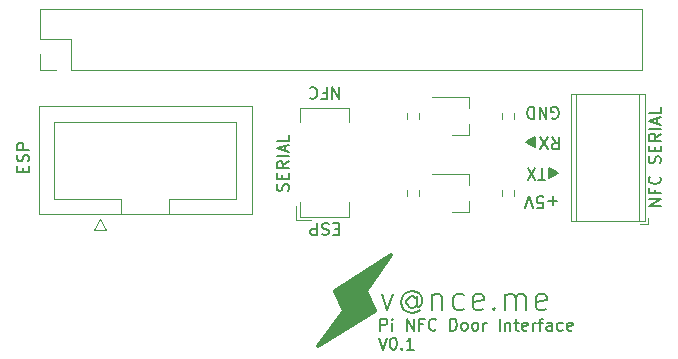
<source format=gto>
G04 #@! TF.GenerationSoftware,KiCad,Pcbnew,6.0.6-3a73a75311~116~ubuntu22.04.1*
G04 #@! TF.CreationDate,2022-07-02T17:23:15+01:00*
G04 #@! TF.ProjectId,Pi_Connector,50695f43-6f6e-46e6-9563-746f722e6b69,rev?*
G04 #@! TF.SameCoordinates,Original*
G04 #@! TF.FileFunction,Legend,Top*
G04 #@! TF.FilePolarity,Positive*
%FSLAX46Y46*%
G04 Gerber Fmt 4.6, Leading zero omitted, Abs format (unit mm)*
G04 Created by KiCad (PCBNEW 6.0.6-3a73a75311~116~ubuntu22.04.1) date 2022-07-02 17:23:15*
%MOMM*%
%LPD*%
G01*
G04 APERTURE LIST*
%ADD10C,0.378363*%
%ADD11C,0.150000*%
%ADD12C,0.200000*%
%ADD13C,0.120000*%
G04 APERTURE END LIST*
D10*
G36*
X81131975Y-71328701D02*
G01*
X81862372Y-72960738D01*
X77082302Y-76000000D01*
X79229453Y-72957651D01*
X78499057Y-71325613D01*
X83279127Y-68286351D01*
X81131975Y-71328701D01*
G37*
X81131975Y-71328701D02*
X81862372Y-72960738D01*
X77082302Y-76000000D01*
X79229453Y-72957651D01*
X78499057Y-71325613D01*
X83279127Y-68286351D01*
X81131975Y-71328701D01*
D11*
X74534929Y-62809523D02*
X74582548Y-62666666D01*
X74582548Y-62428571D01*
X74534929Y-62333333D01*
X74487310Y-62285714D01*
X74392072Y-62238095D01*
X74296834Y-62238095D01*
X74201596Y-62285714D01*
X74153977Y-62333333D01*
X74106358Y-62428571D01*
X74058739Y-62619047D01*
X74011120Y-62714285D01*
X73963501Y-62761904D01*
X73868263Y-62809523D01*
X73773025Y-62809523D01*
X73677787Y-62761904D01*
X73630168Y-62714285D01*
X73582548Y-62619047D01*
X73582548Y-62380952D01*
X73630168Y-62238095D01*
X74058739Y-61809523D02*
X74058739Y-61476190D01*
X74582548Y-61333333D02*
X74582548Y-61809523D01*
X73582548Y-61809523D01*
X73582548Y-61333333D01*
X74582548Y-60333333D02*
X74106358Y-60666666D01*
X74582548Y-60904761D02*
X73582548Y-60904761D01*
X73582548Y-60523809D01*
X73630168Y-60428571D01*
X73677787Y-60380952D01*
X73773025Y-60333333D01*
X73915882Y-60333333D01*
X74011120Y-60380952D01*
X74058739Y-60428571D01*
X74106358Y-60523809D01*
X74106358Y-60904761D01*
X74582548Y-59904761D02*
X73582548Y-59904761D01*
X74296834Y-59476190D02*
X74296834Y-59000000D01*
X74582548Y-59571428D02*
X73582548Y-59238095D01*
X74582548Y-58904761D01*
X74582548Y-58095238D02*
X74582548Y-58571428D01*
X73582548Y-58571428D01*
D12*
X82458227Y-71576762D02*
X82934418Y-72910095D01*
X83410608Y-71576762D01*
X85410608Y-71957714D02*
X85315370Y-71862476D01*
X85124894Y-71767238D01*
X84934418Y-71767238D01*
X84743942Y-71862476D01*
X84648704Y-71957714D01*
X84553466Y-72148191D01*
X84553466Y-72338667D01*
X84648704Y-72529143D01*
X84743942Y-72624381D01*
X84934418Y-72719619D01*
X85124894Y-72719619D01*
X85315370Y-72624381D01*
X85410608Y-72529143D01*
X85410608Y-71767238D02*
X85410608Y-72529143D01*
X85505847Y-72624381D01*
X85601085Y-72624381D01*
X85791561Y-72529143D01*
X85886799Y-72338667D01*
X85886799Y-71862476D01*
X85696323Y-71576762D01*
X85410608Y-71386286D01*
X85029656Y-71291048D01*
X84648704Y-71386286D01*
X84362989Y-71576762D01*
X84172513Y-71862476D01*
X84077275Y-72243429D01*
X84172513Y-72624381D01*
X84362989Y-72910095D01*
X84648704Y-73100572D01*
X85029656Y-73195810D01*
X85410608Y-73100572D01*
X85696323Y-72910095D01*
X86743942Y-71576762D02*
X86743942Y-72910095D01*
X86743942Y-71767238D02*
X86839180Y-71672000D01*
X87029656Y-71576762D01*
X87315370Y-71576762D01*
X87505847Y-71672000D01*
X87601085Y-71862476D01*
X87601085Y-72910095D01*
X89410608Y-72814857D02*
X89220132Y-72910095D01*
X88839180Y-72910095D01*
X88648704Y-72814857D01*
X88553466Y-72719619D01*
X88458227Y-72529143D01*
X88458227Y-71957714D01*
X88553466Y-71767238D01*
X88648704Y-71672000D01*
X88839180Y-71576762D01*
X89220132Y-71576762D01*
X89410608Y-71672000D01*
X91029656Y-72814857D02*
X90839180Y-72910095D01*
X90458227Y-72910095D01*
X90267751Y-72814857D01*
X90172513Y-72624381D01*
X90172513Y-71862476D01*
X90267751Y-71672000D01*
X90458227Y-71576762D01*
X90839180Y-71576762D01*
X91029656Y-71672000D01*
X91124894Y-71862476D01*
X91124894Y-72052953D01*
X90172513Y-72243429D01*
X91982037Y-72719619D02*
X92077275Y-72814857D01*
X91982037Y-72910095D01*
X91886799Y-72814857D01*
X91982037Y-72719619D01*
X91982037Y-72910095D01*
X92934418Y-72910095D02*
X92934418Y-71576762D01*
X92934418Y-71767238D02*
X93029656Y-71672000D01*
X93220132Y-71576762D01*
X93505847Y-71576762D01*
X93696323Y-71672000D01*
X93791561Y-71862476D01*
X93791561Y-72910095D01*
X93791561Y-71862476D02*
X93886799Y-71672000D01*
X94077275Y-71576762D01*
X94362989Y-71576762D01*
X94553466Y-71672000D01*
X94648704Y-71862476D01*
X94648704Y-72910095D01*
X96362989Y-72814857D02*
X96172513Y-72910095D01*
X95791561Y-72910095D01*
X95601085Y-72814857D01*
X95505847Y-72624381D01*
X95505847Y-71862476D01*
X95601085Y-71672000D01*
X95791561Y-71576762D01*
X96172513Y-71576762D01*
X96362989Y-71672000D01*
X96458227Y-71862476D01*
X96458227Y-72052953D01*
X95505847Y-72243429D01*
D11*
X106082548Y-64095238D02*
X105082548Y-64095238D01*
X106082548Y-63523809D01*
X105082548Y-63523809D01*
X105558739Y-62714285D02*
X105558739Y-63047619D01*
X106082548Y-63047619D02*
X105082548Y-63047619D01*
X105082548Y-62571428D01*
X105987310Y-61619047D02*
X106034929Y-61666666D01*
X106082548Y-61809523D01*
X106082548Y-61904761D01*
X106034929Y-62047619D01*
X105939691Y-62142857D01*
X105844453Y-62190476D01*
X105653977Y-62238095D01*
X105511120Y-62238095D01*
X105320644Y-62190476D01*
X105225406Y-62142857D01*
X105130168Y-62047619D01*
X105082548Y-61904761D01*
X105082548Y-61809523D01*
X105130168Y-61666666D01*
X105177787Y-61619047D01*
X106034929Y-60476190D02*
X106082548Y-60333333D01*
X106082548Y-60095238D01*
X106034929Y-60000000D01*
X105987310Y-59952380D01*
X105892072Y-59904761D01*
X105796834Y-59904761D01*
X105701596Y-59952380D01*
X105653977Y-60000000D01*
X105606358Y-60095238D01*
X105558739Y-60285714D01*
X105511120Y-60380952D01*
X105463501Y-60428571D01*
X105368263Y-60476190D01*
X105273025Y-60476190D01*
X105177787Y-60428571D01*
X105130168Y-60380952D01*
X105082548Y-60285714D01*
X105082548Y-60047619D01*
X105130168Y-59904761D01*
X105558739Y-59476190D02*
X105558739Y-59142857D01*
X106082548Y-59000000D02*
X106082548Y-59476190D01*
X105082548Y-59476190D01*
X105082548Y-59000000D01*
X106082548Y-58000000D02*
X105606358Y-58333333D01*
X106082548Y-58571428D02*
X105082548Y-58571428D01*
X105082548Y-58190476D01*
X105130168Y-58095238D01*
X105177787Y-58047619D01*
X105273025Y-58000000D01*
X105415882Y-58000000D01*
X105511120Y-58047619D01*
X105558739Y-58095238D01*
X105606358Y-58190476D01*
X105606358Y-58571428D01*
X106082548Y-57571428D02*
X105082548Y-57571428D01*
X105796834Y-57142857D02*
X105796834Y-56666666D01*
X106082548Y-57238095D02*
X105082548Y-56904761D01*
X106082548Y-56571428D01*
X106082548Y-55761904D02*
X106082548Y-56238095D01*
X105082548Y-56238095D01*
X96870506Y-56669575D02*
X96965744Y-56717194D01*
X97108602Y-56717194D01*
X97251459Y-56669575D01*
X97346697Y-56574336D01*
X97394316Y-56479098D01*
X97441935Y-56288622D01*
X97441935Y-56145765D01*
X97394316Y-55955289D01*
X97346697Y-55860051D01*
X97251459Y-55764813D01*
X97108602Y-55717194D01*
X97013363Y-55717194D01*
X96870506Y-55764813D01*
X96822887Y-55812432D01*
X96822887Y-56145765D01*
X97013363Y-56145765D01*
X96394316Y-55717194D02*
X96394316Y-56717194D01*
X95822887Y-55717194D01*
X95822887Y-56717194D01*
X95346697Y-55717194D02*
X95346697Y-56717194D01*
X95108602Y-56717194D01*
X94965744Y-56669575D01*
X94870506Y-56574336D01*
X94822887Y-56479098D01*
X94775268Y-56288622D01*
X94775268Y-56145765D01*
X94822887Y-55955289D01*
X94870506Y-55860051D01*
X94965744Y-55764813D01*
X95108602Y-55717194D01*
X95346697Y-55717194D01*
X96667405Y-60913675D02*
X96667405Y-61675579D01*
X96715024Y-60961294D02*
X96715024Y-61627960D01*
X96762643Y-60961294D02*
X96762643Y-61627960D01*
X96810262Y-61008913D02*
X96810262Y-61580341D01*
X96857881Y-61008913D02*
X96857881Y-61580341D01*
X96905500Y-61056532D02*
X96905500Y-61532722D01*
X96953119Y-61056532D02*
X96953119Y-61532722D01*
X97000738Y-61104151D02*
X97000738Y-61485103D01*
X97048357Y-61151770D02*
X97048357Y-61437484D01*
X97095976Y-61151770D02*
X97095976Y-61437484D01*
X97143596Y-61199389D02*
X97143596Y-61389865D01*
X97191215Y-61199389D02*
X97191215Y-61389865D01*
X97238834Y-61294627D02*
X97286453Y-61294627D01*
X97238834Y-61247008D02*
X97238834Y-61342246D01*
X96619786Y-60913675D02*
X97334072Y-61294627D01*
X96619786Y-61675579D01*
X97381691Y-61294627D02*
X96619786Y-61723198D01*
X96619786Y-60866056D01*
X97381691Y-61294627D01*
X96286453Y-61913675D02*
X95715024Y-61913675D01*
X96000738Y-60913675D02*
X96000738Y-61913675D01*
X95476929Y-61913675D02*
X94810262Y-60913675D01*
X94810262Y-61913675D02*
X95476929Y-60913675D01*
X52058739Y-61190476D02*
X52058739Y-60857142D01*
X52582548Y-60714285D02*
X52582548Y-61190476D01*
X51582548Y-61190476D01*
X51582548Y-60714285D01*
X52534929Y-60333333D02*
X52582548Y-60190476D01*
X52582548Y-59952380D01*
X52534929Y-59857142D01*
X52487310Y-59809523D01*
X52392072Y-59761904D01*
X52296834Y-59761904D01*
X52201596Y-59809523D01*
X52153977Y-59857142D01*
X52106358Y-59952380D01*
X52058739Y-60142857D01*
X52011120Y-60238095D01*
X51963501Y-60285714D01*
X51868263Y-60333333D01*
X51773025Y-60333333D01*
X51677787Y-60285714D01*
X51630168Y-60238095D01*
X51582548Y-60142857D01*
X51582548Y-59904761D01*
X51630168Y-59761904D01*
X52582548Y-59333333D02*
X51582548Y-59333333D01*
X51582548Y-58952380D01*
X51630168Y-58857142D01*
X51677787Y-58809523D01*
X51773025Y-58761904D01*
X51915882Y-58761904D01*
X52011120Y-58809523D01*
X52058739Y-58857142D01*
X52106358Y-58952380D01*
X52106358Y-59333333D01*
X78844453Y-54047619D02*
X78844453Y-55047619D01*
X78273025Y-54047619D01*
X78273025Y-55047619D01*
X77463501Y-54571428D02*
X77796834Y-54571428D01*
X77796834Y-54047619D02*
X77796834Y-55047619D01*
X77320644Y-55047619D01*
X76368263Y-54142857D02*
X76415882Y-54095238D01*
X76558739Y-54047619D01*
X76653977Y-54047619D01*
X76796834Y-54095238D01*
X76892072Y-54190476D01*
X76939691Y-54285714D01*
X76987310Y-54476190D01*
X76987310Y-54619047D01*
X76939691Y-54809523D01*
X76892072Y-54904761D01*
X76796834Y-55000000D01*
X76653977Y-55047619D01*
X76558739Y-55047619D01*
X76415882Y-55000000D01*
X76368263Y-54952380D01*
X82341442Y-74652714D02*
X82341442Y-73652714D01*
X82722394Y-73652714D01*
X82817632Y-73700334D01*
X82865251Y-73747953D01*
X82912870Y-73843191D01*
X82912870Y-73986048D01*
X82865251Y-74081286D01*
X82817632Y-74128905D01*
X82722394Y-74176524D01*
X82341442Y-74176524D01*
X83341442Y-74652714D02*
X83341442Y-73986048D01*
X83341442Y-73652714D02*
X83293823Y-73700334D01*
X83341442Y-73747953D01*
X83389061Y-73700334D01*
X83341442Y-73652714D01*
X83341442Y-73747953D01*
X84579537Y-74652714D02*
X84579537Y-73652714D01*
X85150966Y-74652714D01*
X85150966Y-73652714D01*
X85960489Y-74128905D02*
X85627156Y-74128905D01*
X85627156Y-74652714D02*
X85627156Y-73652714D01*
X86103347Y-73652714D01*
X87055727Y-74557476D02*
X87008108Y-74605095D01*
X86865251Y-74652714D01*
X86770013Y-74652714D01*
X86627156Y-74605095D01*
X86531918Y-74509857D01*
X86484299Y-74414619D01*
X86436680Y-74224143D01*
X86436680Y-74081286D01*
X86484299Y-73890810D01*
X86531918Y-73795572D01*
X86627156Y-73700334D01*
X86770013Y-73652714D01*
X86865251Y-73652714D01*
X87008108Y-73700334D01*
X87055727Y-73747953D01*
X88246204Y-74652714D02*
X88246204Y-73652714D01*
X88484299Y-73652714D01*
X88627156Y-73700334D01*
X88722394Y-73795572D01*
X88770013Y-73890810D01*
X88817632Y-74081286D01*
X88817632Y-74224143D01*
X88770013Y-74414619D01*
X88722394Y-74509857D01*
X88627156Y-74605095D01*
X88484299Y-74652714D01*
X88246204Y-74652714D01*
X89389061Y-74652714D02*
X89293823Y-74605095D01*
X89246204Y-74557476D01*
X89198585Y-74462238D01*
X89198585Y-74176524D01*
X89246204Y-74081286D01*
X89293823Y-74033667D01*
X89389061Y-73986048D01*
X89531918Y-73986048D01*
X89627156Y-74033667D01*
X89674775Y-74081286D01*
X89722394Y-74176524D01*
X89722394Y-74462238D01*
X89674775Y-74557476D01*
X89627156Y-74605095D01*
X89531918Y-74652714D01*
X89389061Y-74652714D01*
X90293823Y-74652714D02*
X90198585Y-74605095D01*
X90150966Y-74557476D01*
X90103347Y-74462238D01*
X90103347Y-74176524D01*
X90150966Y-74081286D01*
X90198585Y-74033667D01*
X90293823Y-73986048D01*
X90436680Y-73986048D01*
X90531918Y-74033667D01*
X90579537Y-74081286D01*
X90627156Y-74176524D01*
X90627156Y-74462238D01*
X90579537Y-74557476D01*
X90531918Y-74605095D01*
X90436680Y-74652714D01*
X90293823Y-74652714D01*
X91055727Y-74652714D02*
X91055727Y-73986048D01*
X91055727Y-74176524D02*
X91103347Y-74081286D01*
X91150966Y-74033667D01*
X91246204Y-73986048D01*
X91341442Y-73986048D01*
X92436680Y-74652714D02*
X92436680Y-73652714D01*
X92912870Y-73986048D02*
X92912870Y-74652714D01*
X92912870Y-74081286D02*
X92960489Y-74033667D01*
X93055727Y-73986048D01*
X93198585Y-73986048D01*
X93293823Y-74033667D01*
X93341442Y-74128905D01*
X93341442Y-74652714D01*
X93674775Y-73986048D02*
X94055727Y-73986048D01*
X93817632Y-73652714D02*
X93817632Y-74509857D01*
X93865251Y-74605095D01*
X93960489Y-74652714D01*
X94055727Y-74652714D01*
X94770013Y-74605095D02*
X94674775Y-74652714D01*
X94484299Y-74652714D01*
X94389061Y-74605095D01*
X94341442Y-74509857D01*
X94341442Y-74128905D01*
X94389061Y-74033667D01*
X94484299Y-73986048D01*
X94674775Y-73986048D01*
X94770013Y-74033667D01*
X94817632Y-74128905D01*
X94817632Y-74224143D01*
X94341442Y-74319381D01*
X95246204Y-74652714D02*
X95246204Y-73986048D01*
X95246204Y-74176524D02*
X95293823Y-74081286D01*
X95341442Y-74033667D01*
X95436680Y-73986048D01*
X95531918Y-73986048D01*
X95722394Y-73986048D02*
X96103347Y-73986048D01*
X95865251Y-74652714D02*
X95865251Y-73795572D01*
X95912870Y-73700334D01*
X96008108Y-73652714D01*
X96103347Y-73652714D01*
X96865251Y-74652714D02*
X96865251Y-74128905D01*
X96817632Y-74033667D01*
X96722394Y-73986048D01*
X96531918Y-73986048D01*
X96436680Y-74033667D01*
X96865251Y-74605095D02*
X96770013Y-74652714D01*
X96531918Y-74652714D01*
X96436680Y-74605095D01*
X96389061Y-74509857D01*
X96389061Y-74414619D01*
X96436680Y-74319381D01*
X96531918Y-74271762D01*
X96770013Y-74271762D01*
X96865251Y-74224143D01*
X97770013Y-74605095D02*
X97674775Y-74652714D01*
X97484299Y-74652714D01*
X97389061Y-74605095D01*
X97341442Y-74557476D01*
X97293823Y-74462238D01*
X97293823Y-74176524D01*
X97341442Y-74081286D01*
X97389061Y-74033667D01*
X97484299Y-73986048D01*
X97674775Y-73986048D01*
X97770013Y-74033667D01*
X98579537Y-74605095D02*
X98484299Y-74652714D01*
X98293823Y-74652714D01*
X98198585Y-74605095D01*
X98150966Y-74509857D01*
X98150966Y-74128905D01*
X98198585Y-74033667D01*
X98293823Y-73986048D01*
X98484299Y-73986048D01*
X98579537Y-74033667D01*
X98627156Y-74128905D01*
X98627156Y-74224143D01*
X98150966Y-74319381D01*
X82198585Y-75262714D02*
X82531918Y-76262714D01*
X82865251Y-75262714D01*
X83389061Y-75262714D02*
X83484299Y-75262714D01*
X83579537Y-75310334D01*
X83627156Y-75357953D01*
X83674775Y-75453191D01*
X83722394Y-75643667D01*
X83722394Y-75881762D01*
X83674775Y-76072238D01*
X83627156Y-76167476D01*
X83579537Y-76215095D01*
X83484299Y-76262714D01*
X83389061Y-76262714D01*
X83293823Y-76215095D01*
X83246204Y-76167476D01*
X83198585Y-76072238D01*
X83150966Y-75881762D01*
X83150966Y-75643667D01*
X83198585Y-75453191D01*
X83246204Y-75357953D01*
X83293823Y-75310334D01*
X83389061Y-75262714D01*
X84150966Y-76167476D02*
X84198585Y-76215095D01*
X84150966Y-76262714D01*
X84103347Y-76215095D01*
X84150966Y-76167476D01*
X84150966Y-76262714D01*
X85150966Y-76262714D02*
X84579537Y-76262714D01*
X84865251Y-76262714D02*
X84865251Y-75262714D01*
X84770013Y-75405572D01*
X84674775Y-75500810D01*
X84579537Y-75548429D01*
X96859323Y-58306686D02*
X97192656Y-58782876D01*
X97430751Y-58306686D02*
X97430751Y-59306686D01*
X97049799Y-59306686D01*
X96954561Y-59259067D01*
X96906942Y-59211447D01*
X96859323Y-59116209D01*
X96859323Y-58973352D01*
X96906942Y-58878114D01*
X96954561Y-58830495D01*
X97049799Y-58782876D01*
X97430751Y-58782876D01*
X96525989Y-59306686D02*
X95859323Y-58306686D01*
X95859323Y-59306686D02*
X96525989Y-58306686D01*
X95430751Y-59068590D02*
X95430751Y-58306686D01*
X95383132Y-59020971D02*
X95383132Y-58354305D01*
X95335513Y-59020971D02*
X95335513Y-58354305D01*
X95287894Y-58973352D02*
X95287894Y-58401924D01*
X95240275Y-58973352D02*
X95240275Y-58401924D01*
X95192656Y-58925733D02*
X95192656Y-58449543D01*
X95145037Y-58925733D02*
X95145037Y-58449543D01*
X95097418Y-58878114D02*
X95097418Y-58497162D01*
X95049799Y-58830495D02*
X95049799Y-58544781D01*
X95002180Y-58830495D02*
X95002180Y-58544781D01*
X94954561Y-58782876D02*
X94954561Y-58592400D01*
X94906942Y-58782876D02*
X94906942Y-58592400D01*
X94859323Y-58687638D02*
X94811704Y-58687638D01*
X94859323Y-58735257D02*
X94859323Y-58640019D01*
X95478370Y-59068590D02*
X94764085Y-58687638D01*
X95478370Y-58306686D01*
X94716466Y-58687638D02*
X95478370Y-58259067D01*
X95478370Y-59116209D01*
X94716466Y-58687638D01*
X97341827Y-63656663D02*
X96579922Y-63656663D01*
X96960874Y-63275711D02*
X96960874Y-64037615D01*
X95627541Y-64275711D02*
X96103732Y-64275711D01*
X96151351Y-63799520D01*
X96103732Y-63847139D01*
X96008493Y-63894758D01*
X95770398Y-63894758D01*
X95675160Y-63847139D01*
X95627541Y-63799520D01*
X95579922Y-63704282D01*
X95579922Y-63466187D01*
X95627541Y-63370949D01*
X95675160Y-63323330D01*
X95770398Y-63275711D01*
X96008493Y-63275711D01*
X96103732Y-63323330D01*
X96151351Y-63370949D01*
X95294208Y-64275711D02*
X94960874Y-63275711D01*
X94627541Y-64275711D01*
X78820644Y-66071428D02*
X78487310Y-66071428D01*
X78344453Y-65547619D02*
X78820644Y-65547619D01*
X78820644Y-66547619D01*
X78344453Y-66547619D01*
X77963501Y-65595238D02*
X77820644Y-65547619D01*
X77582548Y-65547619D01*
X77487310Y-65595238D01*
X77439691Y-65642857D01*
X77392072Y-65738095D01*
X77392072Y-65833333D01*
X77439691Y-65928571D01*
X77487310Y-65976190D01*
X77582548Y-66023809D01*
X77773025Y-66071428D01*
X77868263Y-66119047D01*
X77915882Y-66166666D01*
X77963501Y-66261904D01*
X77963501Y-66357142D01*
X77915882Y-66452380D01*
X77868263Y-66500000D01*
X77773025Y-66547619D01*
X77534929Y-66547619D01*
X77392072Y-66500000D01*
X76963501Y-65547619D02*
X76963501Y-66547619D01*
X76582548Y-66547619D01*
X76487310Y-66500000D01*
X76439691Y-66452380D01*
X76392072Y-66357142D01*
X76392072Y-66214285D01*
X76439691Y-66119047D01*
X76487310Y-66071428D01*
X76582548Y-66023809D01*
X76963501Y-66023809D01*
D13*
G04 #@! TO.C,SW1*
X75530168Y-63807500D02*
X75530168Y-65007500D01*
X75530168Y-57007500D02*
X75530168Y-55807500D01*
X79730168Y-55807500D02*
X79730168Y-57007500D01*
X75530168Y-55807500D02*
X79730168Y-55807500D01*
X79730168Y-65007500D02*
X79730168Y-63807500D01*
X75230168Y-64107500D02*
X75230168Y-65307500D01*
X75230168Y-65307500D02*
X76430168Y-65307500D01*
X75530168Y-65007500D02*
X79730168Y-65007500D01*
G04 #@! TO.C,R4*
X92607668Y-56754724D02*
X92607668Y-56245276D01*
X93652668Y-56754724D02*
X93652668Y-56245276D01*
G04 #@! TO.C,R3*
X84607668Y-56245276D02*
X84607668Y-56754724D01*
X85652668Y-56245276D02*
X85652668Y-56754724D01*
G04 #@! TO.C,R1*
X85652668Y-62745276D02*
X85652668Y-63254724D01*
X84607668Y-62745276D02*
X84607668Y-63254724D01*
G04 #@! TO.C,Q1*
X89890168Y-64580000D02*
X88430168Y-64580000D01*
X89890168Y-61420000D02*
X86730168Y-61420000D01*
X89890168Y-61420000D02*
X89890168Y-62350000D01*
X89890168Y-64580000D02*
X89890168Y-63650000D01*
G04 #@! TO.C,J1*
X64490168Y-63480000D02*
X64490168Y-64790000D01*
X70160168Y-56980000D02*
X70160168Y-63480000D01*
X54720168Y-56980000D02*
X70160168Y-56980000D01*
X60390168Y-64790000D02*
X60390168Y-63480000D01*
X53420168Y-55670000D02*
X71460168Y-55670000D01*
X64490168Y-63480000D02*
X64490168Y-63480000D01*
X58130168Y-66180000D02*
X59130168Y-66180000D01*
X71460168Y-55670000D02*
X71460168Y-64790000D01*
X54720168Y-63480000D02*
X54720168Y-56980000D01*
X59130168Y-66180000D02*
X58630168Y-65180000D01*
X70160168Y-63480000D02*
X64490168Y-63480000D01*
X71460168Y-64790000D02*
X53420168Y-64790000D01*
X53420168Y-64790000D02*
X53420168Y-55670000D01*
X58630168Y-65180000D02*
X58130168Y-66180000D01*
X60390168Y-63480000D02*
X54720168Y-63480000D01*
G04 #@! TO.C,J3*
X104790168Y-65375000D02*
X104790168Y-54635000D01*
X98470168Y-65375000D02*
X98470168Y-54635000D01*
X98470168Y-54635000D02*
X104790168Y-54635000D01*
X98470168Y-65375000D02*
X104790168Y-65375000D01*
X105030168Y-65615000D02*
X105030168Y-65115000D01*
X98930168Y-65375000D02*
X98930168Y-54635000D01*
X104230168Y-65375000D02*
X104230168Y-54635000D01*
X104290168Y-65615000D02*
X105030168Y-65615000D01*
G04 #@! TO.C,J2*
X53545000Y-47405000D02*
X104465000Y-47405000D01*
X53545000Y-50005000D02*
X53545000Y-47405000D01*
X104465000Y-52605000D02*
X104465000Y-47405000D01*
X56145000Y-50005000D02*
X53545000Y-50005000D01*
X53545000Y-52605000D02*
X53545000Y-51275000D01*
X56145000Y-52605000D02*
X104465000Y-52605000D01*
X56145000Y-52605000D02*
X56145000Y-50005000D01*
X54875000Y-52605000D02*
X53545000Y-52605000D01*
G04 #@! TO.C,R2*
X92607668Y-62745276D02*
X92607668Y-63254724D01*
X93652668Y-62745276D02*
X93652668Y-63254724D01*
G04 #@! TO.C,Q2*
X89890168Y-58080000D02*
X89890168Y-57150000D01*
X89890168Y-58080000D02*
X88430168Y-58080000D01*
X89890168Y-54920000D02*
X89890168Y-55850000D01*
X89890168Y-54920000D02*
X86730168Y-54920000D01*
G04 #@! TD*
M02*

</source>
